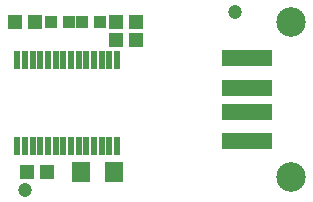
<source format=gbr>
G04 EAGLE Gerber X2 export*
%TF.Part,Single*%
%TF.FileFunction,Soldermask,Top,1*%
%TF.FilePolarity,Negative*%
%TF.GenerationSoftware,Autodesk,EAGLE,9.1.3*%
%TF.CreationDate,2018-09-14T10:43:52Z*%
G75*
%MOMM*%
%FSLAX34Y34*%
%LPD*%
%AMOC8*
5,1,8,0,0,1.08239X$1,22.5*%
G01*
%ADD10R,1.303200X1.203200*%
%ADD11R,1.603200X1.803200*%
%ADD12R,0.551200X1.600200*%
%ADD13R,1.003200X1.003200*%
%ADD14C,1.203200*%
%ADD15R,4.203200X1.323200*%
%ADD16C,2.503200*%


D10*
X117230Y139700D03*
X134230Y139700D03*
D11*
X87600Y27940D03*
X115600Y27940D03*
D10*
X42300Y27940D03*
X59300Y27940D03*
D12*
X33950Y122920D03*
X40450Y122920D03*
X46950Y122920D03*
X53450Y122920D03*
X59950Y122920D03*
X66450Y122920D03*
X72950Y122920D03*
X85950Y122920D03*
X79450Y122920D03*
X92450Y122920D03*
X98950Y122920D03*
X105450Y122920D03*
X111950Y122920D03*
X118450Y122920D03*
X33950Y49800D03*
X40450Y49800D03*
X46950Y49800D03*
X53450Y49800D03*
X59950Y49800D03*
X66450Y49800D03*
X72950Y49800D03*
X79450Y49800D03*
X85950Y49800D03*
X92450Y49800D03*
X98950Y49800D03*
X105450Y49800D03*
X111950Y49800D03*
X118450Y49800D03*
D10*
X49140Y154940D03*
X32140Y154940D03*
X117230Y154940D03*
X134230Y154940D03*
D13*
X77350Y154940D03*
X62350Y154940D03*
X89020Y154940D03*
X104020Y154940D03*
D14*
X40640Y12446D03*
X217932Y163576D03*
D15*
X228300Y78900D03*
X228300Y98900D03*
X228300Y53900D03*
X228300Y123900D03*
D16*
X265500Y23200D03*
X265500Y154600D03*
M02*

</source>
